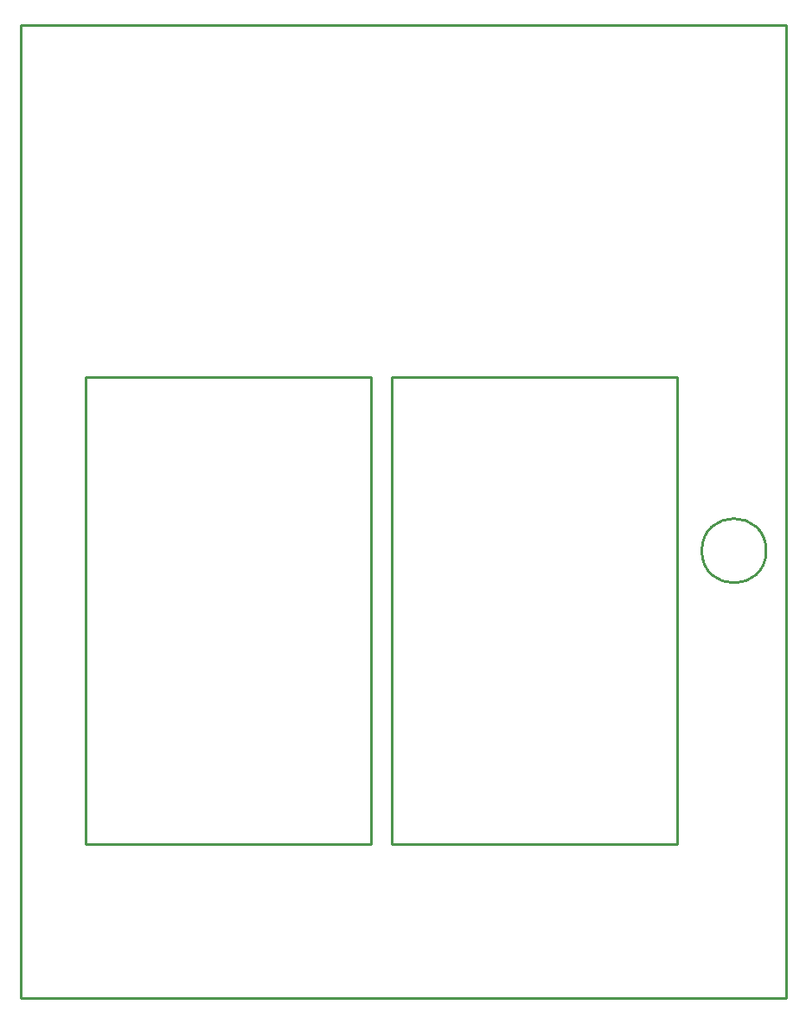
<source format=gbo>
G04*
G04 #@! TF.GenerationSoftware,Altium Limited,DefaultClient, ()*
G04*
G04 Layer_Color=32896*
%FSLAX25Y25*%
%MOIN*%
G70*
G04*
G04 #@! TF.SameCoordinates,BEE212FD-1A4C-4D2E-9424-7381D7AD546F*
G04*
G04*
G04 #@! TF.FilePolarity,Positive*
G04*
G01*
G75*
%ADD11C,0.01000*%
D11*
X372401Y274000D02*
G03*
X372401Y274000I-12402J0D01*
G01*
X228000Y161000D02*
Y341000D01*
Y161000D02*
X338000D01*
X228000Y341000D02*
X338000D01*
Y161000D02*
Y341000D01*
X110000Y161000D02*
Y341000D01*
Y161000D02*
X220000D01*
X110000Y341000D02*
X220000D01*
Y161000D02*
Y341000D01*
X85000Y476500D02*
X380000D01*
Y101500D02*
Y476500D01*
X85000Y101500D02*
X380000D01*
X85000D02*
Y476500D01*
M02*

</source>
